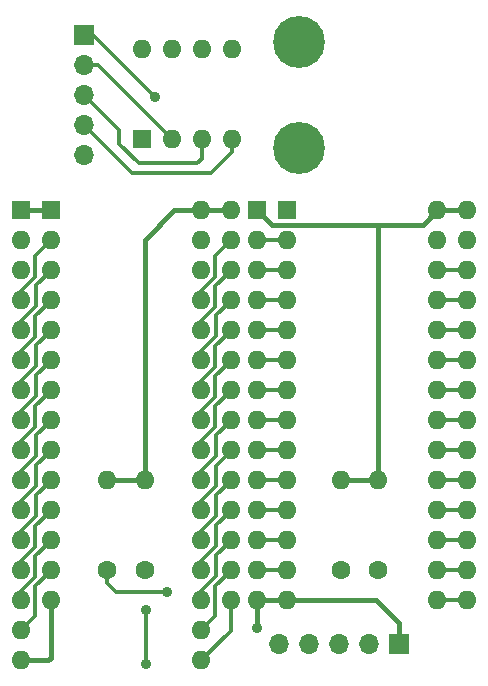
<source format=gtl>
G04 #@! TF.GenerationSoftware,KiCad,Pcbnew,(5.1.6)-1*
G04 #@! TF.CreationDate,2020-07-20T19:56:41+03:00*
G04 #@! TF.ProjectId,CPC_MultiROM_01,4350435f-4d75-46c7-9469-524f4d5f3031,rev?*
G04 #@! TF.SameCoordinates,Original*
G04 #@! TF.FileFunction,Copper,L1,Top*
G04 #@! TF.FilePolarity,Positive*
%FSLAX46Y46*%
G04 Gerber Fmt 4.6, Leading zero omitted, Abs format (unit mm)*
G04 Created by KiCad (PCBNEW (5.1.6)-1) date 2020-07-20 19:56:41*
%MOMM*%
%LPD*%
G01*
G04 APERTURE LIST*
G04 #@! TA.AperFunction,ComponentPad*
%ADD10O,1.600000X1.600000*%
G04 #@! TD*
G04 #@! TA.AperFunction,ComponentPad*
%ADD11C,1.600000*%
G04 #@! TD*
G04 #@! TA.AperFunction,ComponentPad*
%ADD12R,1.600000X1.600000*%
G04 #@! TD*
G04 #@! TA.AperFunction,ComponentPad*
%ADD13C,0.700000*%
G04 #@! TD*
G04 #@! TA.AperFunction,ComponentPad*
%ADD14C,4.400000*%
G04 #@! TD*
G04 #@! TA.AperFunction,ComponentPad*
%ADD15O,1.700000X1.700000*%
G04 #@! TD*
G04 #@! TA.AperFunction,ComponentPad*
%ADD16R,1.700000X1.700000*%
G04 #@! TD*
G04 #@! TA.AperFunction,ViaPad*
%ADD17C,0.900000*%
G04 #@! TD*
G04 #@! TA.AperFunction,Conductor*
%ADD18C,0.300000*%
G04 #@! TD*
G04 #@! TA.AperFunction,Conductor*
%ADD19C,0.400000*%
G04 #@! TD*
G04 APERTURE END LIST*
D10*
X153750000Y-91880000D03*
D11*
X153750000Y-99500000D03*
D10*
X150622000Y-91880000D03*
D11*
X150622000Y-99500000D03*
D10*
X130810000Y-91880000D03*
D11*
X130810000Y-99500000D03*
D10*
X134000000Y-91880000D03*
D11*
X134000000Y-99500000D03*
D10*
X133700000Y-55330000D03*
X141320000Y-62950000D03*
X136240000Y-55330000D03*
X138780000Y-62950000D03*
X138780000Y-55330000D03*
X136240000Y-62950000D03*
X141320000Y-55330000D03*
D12*
X133700000Y-62950000D03*
D13*
X148166726Y-53583274D03*
X147000000Y-53100000D03*
X145833274Y-53583274D03*
X145350000Y-54750000D03*
X145833274Y-55916726D03*
X147000000Y-56400000D03*
X148166726Y-55916726D03*
X148650000Y-54750000D03*
D14*
X147000000Y-54750000D03*
D13*
X148166726Y-62583274D03*
X147000000Y-62100000D03*
X145833274Y-62583274D03*
X145350000Y-63750000D03*
X145833274Y-64916726D03*
X147000000Y-65400000D03*
X148166726Y-64916726D03*
X148650000Y-63750000D03*
D14*
X147000000Y-63750000D03*
D15*
X128850000Y-64310000D03*
X128850000Y-61770000D03*
X128850000Y-59230000D03*
X128850000Y-56690000D03*
D16*
X128850000Y-54150000D03*
D10*
X158740000Y-69000000D03*
X143500000Y-102020000D03*
X158740000Y-71540000D03*
X143500000Y-99480000D03*
X158740000Y-74080000D03*
X143500000Y-96940000D03*
X158740000Y-76620000D03*
X143500000Y-94400000D03*
X158740000Y-79160000D03*
X143500000Y-91860000D03*
X158740000Y-81700000D03*
X143500000Y-89320000D03*
X158740000Y-84240000D03*
X143500000Y-86780000D03*
X158740000Y-86780000D03*
X143500000Y-84240000D03*
X158740000Y-89320000D03*
X143500000Y-81700000D03*
X158740000Y-91860000D03*
X143500000Y-79160000D03*
X158740000Y-94400000D03*
X143500000Y-76620000D03*
X158740000Y-96940000D03*
X143500000Y-74080000D03*
X158740000Y-99480000D03*
X143500000Y-71540000D03*
X158740000Y-102020000D03*
D12*
X143500000Y-69000000D03*
D15*
X145340000Y-105750000D03*
X147880000Y-105750000D03*
X150420000Y-105750000D03*
X152960000Y-105750000D03*
D16*
X155500000Y-105750000D03*
D10*
X161240000Y-69000000D03*
X146000000Y-102020000D03*
X161240000Y-71540000D03*
X146000000Y-99480000D03*
X161240000Y-74080000D03*
X146000000Y-96940000D03*
X161240000Y-76620000D03*
X146000000Y-94400000D03*
X161240000Y-79160000D03*
X146000000Y-91860000D03*
X161240000Y-81700000D03*
X146000000Y-89320000D03*
X161240000Y-84240000D03*
X146000000Y-86780000D03*
X161240000Y-86780000D03*
X146000000Y-84240000D03*
X161240000Y-89320000D03*
X146000000Y-81700000D03*
X161240000Y-91860000D03*
X146000000Y-79160000D03*
X161240000Y-94400000D03*
X146000000Y-76620000D03*
X161240000Y-96940000D03*
X146000000Y-74080000D03*
X161240000Y-99480000D03*
X146000000Y-71540000D03*
X161240000Y-102020000D03*
D12*
X146000000Y-69000000D03*
D10*
X138740000Y-69000000D03*
X123500000Y-107100000D03*
X138740000Y-71540000D03*
X123500000Y-104560000D03*
X138740000Y-74080000D03*
X123500000Y-102020000D03*
X138740000Y-76620000D03*
X123500000Y-99480000D03*
X138740000Y-79160000D03*
X123500000Y-96940000D03*
X138740000Y-81700000D03*
X123500000Y-94400000D03*
X138740000Y-84240000D03*
X123500000Y-91860000D03*
X138740000Y-86780000D03*
X123500000Y-89320000D03*
X138740000Y-89320000D03*
X123500000Y-86780000D03*
X138740000Y-91860000D03*
X123500000Y-84240000D03*
X138740000Y-94400000D03*
X123500000Y-81700000D03*
X138740000Y-96940000D03*
X123500000Y-79160000D03*
X138740000Y-99480000D03*
X123500000Y-76620000D03*
X138740000Y-102020000D03*
X123500000Y-74080000D03*
X138740000Y-104560000D03*
X123500000Y-71540000D03*
X138740000Y-107100000D03*
D12*
X123500000Y-69000000D03*
D10*
X141240000Y-69000000D03*
X126000000Y-102020000D03*
X141240000Y-71540000D03*
X126000000Y-99480000D03*
X141240000Y-74080000D03*
X126000000Y-96940000D03*
X141240000Y-76620000D03*
X126000000Y-94400000D03*
X141240000Y-79160000D03*
X126000000Y-91860000D03*
X141240000Y-81700000D03*
X126000000Y-89320000D03*
X141240000Y-84240000D03*
X126000000Y-86780000D03*
X141240000Y-86780000D03*
X126000000Y-84240000D03*
X141240000Y-89320000D03*
X126000000Y-81700000D03*
X141240000Y-91860000D03*
X126000000Y-79160000D03*
X141240000Y-94400000D03*
X126000000Y-76620000D03*
X141240000Y-96940000D03*
X126000000Y-74080000D03*
X141240000Y-99480000D03*
X126000000Y-71540000D03*
X141240000Y-102020000D03*
D12*
X126000000Y-69000000D03*
D17*
X135890000Y-101346000D03*
X134112000Y-107442000D03*
X134112000Y-102870000D03*
X143510000Y-104394000D03*
X134874000Y-59436000D03*
D18*
X135890000Y-101346000D02*
X131572000Y-101346000D01*
X130810000Y-100584000D02*
X130810000Y-99500000D01*
X131572000Y-101346000D02*
X130810000Y-100584000D01*
X134112000Y-107442000D02*
X134112000Y-102870000D01*
X134112000Y-102870000D02*
X134112000Y-102870000D01*
D19*
X130810000Y-91880000D02*
X134000000Y-91880000D01*
X134000000Y-91880000D02*
X134000000Y-71486000D01*
X136486000Y-69000000D02*
X138740000Y-69000000D01*
X134000000Y-71486000D02*
X136486000Y-69000000D01*
X138740000Y-69000000D02*
X141240000Y-69000000D01*
X157489999Y-70250001D02*
X158740000Y-69000000D01*
X143500000Y-69000000D02*
X144750001Y-70250001D01*
X158740000Y-69000000D02*
X161240000Y-69000000D01*
X150622000Y-91880000D02*
X153750000Y-91880000D01*
X153750000Y-70278000D02*
X153777999Y-70250001D01*
X153750000Y-91880000D02*
X153750000Y-70278000D01*
X144750001Y-70250001D02*
X153777999Y-70250001D01*
X153777999Y-70250001D02*
X157489999Y-70250001D01*
D18*
X139940001Y-74656001D02*
X139940001Y-72839999D01*
X139940001Y-72839999D02*
X141240000Y-71540000D01*
X138740000Y-76620000D02*
X138740000Y-75856002D01*
X138740000Y-75856002D02*
X139940001Y-74656001D01*
X124700001Y-103359999D02*
X124700001Y-100833833D01*
X124700001Y-100833833D02*
X126000000Y-99533834D01*
X123500000Y-104560000D02*
X124700001Y-103359999D01*
X126000000Y-99533834D02*
X126000000Y-99480000D01*
X139940001Y-77196001D02*
X139940001Y-75433833D01*
X138740000Y-79160000D02*
X138740000Y-78396002D01*
X138740000Y-78396002D02*
X139940001Y-77196001D01*
X141240000Y-74133834D02*
X141240000Y-74080000D01*
X139940001Y-75433833D02*
X141240000Y-74133834D01*
X124700001Y-100056001D02*
X124700001Y-98293833D01*
X123500000Y-101256002D02*
X124700001Y-100056001D01*
X126000000Y-96993834D02*
X126000000Y-96940000D01*
X124700001Y-98293833D02*
X126000000Y-96993834D01*
X123500000Y-102020000D02*
X123500000Y-101256002D01*
X138740000Y-80936002D02*
X140039999Y-79636003D01*
X138740000Y-81700000D02*
X138740000Y-80936002D01*
X140039999Y-79636003D02*
X140039999Y-77873835D01*
X141240000Y-76673834D02*
X141240000Y-76620000D01*
X140039999Y-77873835D02*
X141240000Y-76673834D01*
X124700001Y-95753833D02*
X126000000Y-94453834D01*
X126000000Y-94453834D02*
X126000000Y-94400000D01*
X123500000Y-98716002D02*
X124700001Y-97516001D01*
X124700001Y-97516001D02*
X124700001Y-95753833D01*
X123500000Y-99480000D02*
X123500000Y-98716002D01*
X139940001Y-80513833D02*
X141240000Y-79213834D01*
X141240000Y-79213834D02*
X141240000Y-79160000D01*
X139940001Y-82276001D02*
X139940001Y-80513833D01*
X138740000Y-83476002D02*
X139940001Y-82276001D01*
X138740000Y-84240000D02*
X138740000Y-83476002D01*
X123500000Y-96176002D02*
X124799999Y-94876003D01*
X124799999Y-93113835D02*
X126000000Y-91913834D01*
X123500000Y-96940000D02*
X123500000Y-96176002D01*
X126000000Y-91913834D02*
X126000000Y-91860000D01*
X124799999Y-94876003D02*
X124799999Y-93113835D01*
X139940001Y-84816001D02*
X139940001Y-83053833D01*
X139940001Y-83053833D02*
X141240000Y-81753834D01*
X138740000Y-86780000D02*
X138740000Y-86016002D01*
X138740000Y-86016002D02*
X139940001Y-84816001D01*
X141240000Y-81753834D02*
X141240000Y-81700000D01*
X124799999Y-90573835D02*
X126000000Y-89373834D01*
X123500000Y-94400000D02*
X123500000Y-93636002D01*
X126000000Y-89373834D02*
X126000000Y-89320000D01*
X124799999Y-92336003D02*
X124799999Y-90573835D01*
X123500000Y-93636002D02*
X124799999Y-92336003D01*
X139940001Y-87356001D02*
X139940001Y-85593833D01*
X139940001Y-85593833D02*
X141240000Y-84293834D01*
X138740000Y-88556002D02*
X139940001Y-87356001D01*
X141240000Y-84293834D02*
X141240000Y-84240000D01*
X138740000Y-89320000D02*
X138740000Y-88556002D01*
X124799999Y-89796003D02*
X124799999Y-88033835D01*
X126000000Y-86833834D02*
X126000000Y-86780000D01*
X123500000Y-91096002D02*
X124799999Y-89796003D01*
X124799999Y-88033835D02*
X126000000Y-86833834D01*
X123500000Y-91860000D02*
X123500000Y-91096002D01*
X140039999Y-88033835D02*
X141240000Y-86833834D01*
X138740000Y-91096002D02*
X140039999Y-89796003D01*
X141240000Y-86833834D02*
X141240000Y-86780000D01*
X138740000Y-91860000D02*
X138740000Y-91096002D01*
X140039999Y-89796003D02*
X140039999Y-88033835D01*
X124700001Y-85593833D02*
X126000000Y-84293834D01*
X126000000Y-84293834D02*
X126000000Y-84240000D01*
X124700001Y-87356001D02*
X124700001Y-85593833D01*
X123500000Y-88556002D02*
X124700001Y-87356001D01*
X123500000Y-89320000D02*
X123500000Y-88556002D01*
X139996010Y-92379992D02*
X139996010Y-90617824D01*
X139996010Y-90617824D02*
X141240000Y-89373834D01*
X138740000Y-93636002D02*
X139996010Y-92379992D01*
X138740000Y-94400000D02*
X138740000Y-93636002D01*
X141240000Y-89373834D02*
X141240000Y-89320000D01*
X124799999Y-84716003D02*
X124799999Y-82953835D01*
X124799999Y-82953835D02*
X126000000Y-81753834D01*
X126000000Y-81753834D02*
X126000000Y-81700000D01*
X123500000Y-86016002D02*
X124799999Y-84716003D01*
X123500000Y-86780000D02*
X123500000Y-86016002D01*
X140039999Y-94876003D02*
X140039999Y-93113835D01*
X141240000Y-91913834D02*
X141240000Y-91860000D01*
X138740000Y-96176002D02*
X140039999Y-94876003D01*
X138740000Y-96940000D02*
X138740000Y-96176002D01*
X140039999Y-93113835D02*
X141240000Y-91913834D01*
X126000000Y-79213834D02*
X126000000Y-79160000D01*
X124799999Y-80413835D02*
X126000000Y-79213834D01*
X124799999Y-82176003D02*
X124799999Y-80413835D01*
X123500000Y-83476002D02*
X124799999Y-82176003D01*
X123500000Y-84240000D02*
X123500000Y-83476002D01*
X138740000Y-98716002D02*
X140039999Y-97416003D01*
X141240000Y-94453834D02*
X141240000Y-94400000D01*
X140039999Y-95653835D02*
X141240000Y-94453834D01*
X138740000Y-99480000D02*
X138740000Y-98716002D01*
X140039999Y-97416003D02*
X140039999Y-95653835D01*
X124700001Y-77973833D02*
X126000000Y-76673834D01*
X126000000Y-76673834D02*
X126000000Y-76620000D01*
X123500000Y-80936002D02*
X124700001Y-79736001D01*
X123500000Y-81700000D02*
X123500000Y-80936002D01*
X124700001Y-79736001D02*
X124700001Y-77973833D01*
X140039999Y-99956003D02*
X140039999Y-98193835D01*
X140039999Y-98193835D02*
X141240000Y-96993834D01*
X138740000Y-101256002D02*
X140039999Y-99956003D01*
X141240000Y-96993834D02*
X141240000Y-96940000D01*
X138740000Y-102020000D02*
X138740000Y-101256002D01*
X124799999Y-75333835D02*
X126000000Y-74133834D01*
X126000000Y-74133834D02*
X126000000Y-74080000D01*
X124799999Y-77096003D02*
X124799999Y-75333835D01*
X123500000Y-79160000D02*
X123500000Y-78396002D01*
X123500000Y-78396002D02*
X124799999Y-77096003D01*
X138740000Y-104560000D02*
X139940001Y-103359999D01*
X139940001Y-103359999D02*
X139940001Y-100833833D01*
X141240000Y-99533834D02*
X141240000Y-99480000D01*
X139940001Y-100833833D02*
X141240000Y-99533834D01*
X124700001Y-74656001D02*
X124700001Y-72839999D01*
X123500000Y-75856002D02*
X124700001Y-74656001D01*
X124700001Y-72839999D02*
X126000000Y-71540000D01*
X123500000Y-76620000D02*
X123500000Y-75856002D01*
X141240000Y-104600000D02*
X141240000Y-102020000D01*
X138740000Y-107100000D02*
X141240000Y-104600000D01*
D19*
X123500000Y-69000000D02*
X126000000Y-69000000D01*
D18*
X143500000Y-99480000D02*
X146000000Y-99480000D01*
X158740000Y-74080000D02*
X161240000Y-74080000D01*
X143500000Y-96940000D02*
X146000000Y-96940000D01*
X158740000Y-76620000D02*
X161240000Y-76620000D01*
X143500000Y-94400000D02*
X146000000Y-94400000D01*
X158740000Y-79160000D02*
X161240000Y-79160000D01*
X143500000Y-91860000D02*
X146000000Y-91860000D01*
X158740000Y-81700000D02*
X161240000Y-81700000D01*
X143500000Y-89320000D02*
X146000000Y-89320000D01*
X158740000Y-84240000D02*
X161240000Y-84240000D01*
X143500000Y-86780000D02*
X146000000Y-86780000D01*
X158740000Y-86780000D02*
X161240000Y-86780000D01*
X143500000Y-84240000D02*
X146000000Y-84240000D01*
X158740000Y-89320000D02*
X161240000Y-89320000D01*
X143500000Y-81700000D02*
X146000000Y-81700000D01*
X158740000Y-91860000D02*
X161240000Y-91860000D01*
X143500000Y-79160000D02*
X146000000Y-79160000D01*
X158740000Y-94400000D02*
X161240000Y-94400000D01*
X143500000Y-76620000D02*
X146000000Y-76620000D01*
X158740000Y-96940000D02*
X161240000Y-96940000D01*
X143500000Y-74080000D02*
X146000000Y-74080000D01*
X158740000Y-99480000D02*
X161240000Y-99480000D01*
X143500000Y-71540000D02*
X146000000Y-71540000D01*
X158740000Y-102020000D02*
X161240000Y-102020000D01*
D19*
X123500000Y-107100000D02*
X125818000Y-107100000D01*
X126000000Y-106918000D02*
X126000000Y-102020000D01*
X125818000Y-107100000D02*
X126000000Y-106918000D01*
X143510000Y-102030000D02*
X143500000Y-102020000D01*
X143510000Y-104394000D02*
X143510000Y-102030000D01*
X143500000Y-102020000D02*
X146000000Y-102020000D01*
X146000000Y-102020000D02*
X153582000Y-102020000D01*
X155500000Y-103938000D02*
X155500000Y-105750000D01*
X153582000Y-102020000D02*
X155500000Y-103938000D01*
D18*
X128850000Y-61770000D02*
X132908010Y-65828010D01*
X132908010Y-65828010D02*
X139573360Y-65828010D01*
X141320000Y-64081370D02*
X141320000Y-62950000D01*
X139573360Y-65828010D02*
X141320000Y-64081370D01*
X128850000Y-59230000D02*
X131826000Y-62206000D01*
X131826000Y-63396002D02*
X133453998Y-65024000D01*
X131826000Y-62206000D02*
X131826000Y-63396002D01*
X133453998Y-65024000D02*
X138430000Y-65024000D01*
X138780000Y-64674000D02*
X138780000Y-62950000D01*
X138430000Y-65024000D02*
X138780000Y-64674000D01*
X129980000Y-56690000D02*
X136240000Y-62950000D01*
X128850000Y-56690000D02*
X129980000Y-56690000D01*
X128870001Y-54129999D02*
X128850000Y-54150000D01*
X128850000Y-54150000D02*
X129588000Y-54150000D01*
X129588000Y-54150000D02*
X134874000Y-59436000D01*
X134874000Y-59436000D02*
X134874000Y-59436000D01*
M02*

</source>
